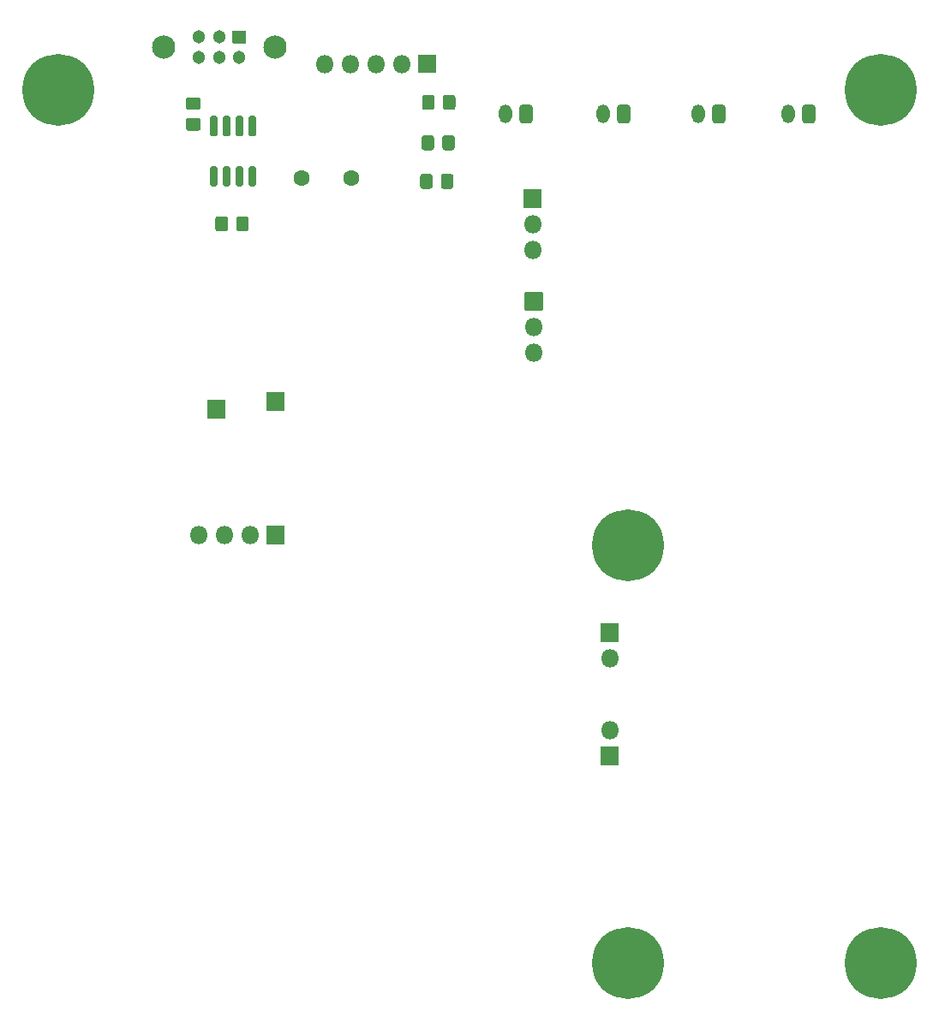
<source format=gbr>
%TF.GenerationSoftware,KiCad,Pcbnew,(5.1.9)-1*%
%TF.CreationDate,2021-07-15T19:20:44-04:00*%
%TF.ProjectId,detector_support,64657465-6374-46f7-925f-737570706f72,rev?*%
%TF.SameCoordinates,Original*%
%TF.FileFunction,Soldermask,Bot*%
%TF.FilePolarity,Negative*%
%FSLAX46Y46*%
G04 Gerber Fmt 4.6, Leading zero omitted, Abs format (unit mm)*
G04 Created by KiCad (PCBNEW (5.1.9)-1) date 2021-07-15 19:20:44*
%MOMM*%
%LPD*%
G01*
G04 APERTURE LIST*
%ADD10C,7.101600*%
%ADD11O,1.801600X1.801600*%
%ADD12C,2.301600*%
%ADD13C,1.301600*%
%ADD14C,1.601600*%
%ADD15O,1.301600X1.851600*%
G04 APERTURE END LIST*
%TO.C,TP2*%
G36*
G01*
X104890200Y-87083000D02*
X104890200Y-85383000D01*
G75*
G02*
X104941000Y-85332200I50800J0D01*
G01*
X106641000Y-85332200D01*
G75*
G02*
X106691800Y-85383000I0J-50800D01*
G01*
X106691800Y-87083000D01*
G75*
G02*
X106641000Y-87133800I-50800J0D01*
G01*
X104941000Y-87133800D01*
G75*
G02*
X104890200Y-87083000I0J50800D01*
G01*
G37*
%TD*%
D10*
%TO.C,REF\u002A\u002A*%
X146431000Y-140970000D03*
%TD*%
D11*
%TO.C,J11*%
X104013000Y-98679000D03*
X106553000Y-98679000D03*
X109093000Y-98679000D03*
G36*
G01*
X110783000Y-97778200D02*
X112483000Y-97778200D01*
G75*
G02*
X112533800Y-97829000I0J-50800D01*
G01*
X112533800Y-99529000D01*
G75*
G02*
X112483000Y-99579800I-50800J0D01*
G01*
X110783000Y-99579800D01*
G75*
G02*
X110732200Y-99529000I0J50800D01*
G01*
X110732200Y-97829000D01*
G75*
G02*
X110783000Y-97778200I50800J0D01*
G01*
G37*
%TD*%
%TO.C,J2*%
X144653000Y-110871000D03*
G36*
G01*
X143752200Y-109181000D02*
X143752200Y-107481000D01*
G75*
G02*
X143803000Y-107430200I50800J0D01*
G01*
X145503000Y-107430200D01*
G75*
G02*
X145553800Y-107481000I0J-50800D01*
G01*
X145553800Y-109181000D01*
G75*
G02*
X145503000Y-109231800I-50800J0D01*
G01*
X143803000Y-109231800D01*
G75*
G02*
X143752200Y-109181000I0J50800D01*
G01*
G37*
%TD*%
D10*
%TO.C,REF\u002A\u002A*%
X90170000Y-54610000D03*
%TD*%
%TO.C,REF\u002A\u002A*%
X171450000Y-54610000D03*
%TD*%
%TO.C,REF\u002A\u002A*%
X171450000Y-140970000D03*
%TD*%
%TO.C,REF\u002A\u002A*%
X146431000Y-99695000D03*
%TD*%
%TO.C,C13*%
G36*
G01*
X107739600Y-68372915D02*
X107739600Y-67415485D01*
G75*
G02*
X108011685Y-67143400I272085J0D01*
G01*
X108719115Y-67143400D01*
G75*
G02*
X108991200Y-67415485I0J-272085D01*
G01*
X108991200Y-68372915D01*
G75*
G02*
X108719115Y-68645000I-272085J0D01*
G01*
X108011685Y-68645000D01*
G75*
G02*
X107739600Y-68372915I0J272085D01*
G01*
G37*
G36*
G01*
X105689600Y-68372915D02*
X105689600Y-67415485D01*
G75*
G02*
X105961685Y-67143400I272085J0D01*
G01*
X106669115Y-67143400D01*
G75*
G02*
X106941200Y-67415485I0J-272085D01*
G01*
X106941200Y-68372915D01*
G75*
G02*
X106669115Y-68645000I-272085J0D01*
G01*
X105961685Y-68645000D01*
G75*
G02*
X105689600Y-68372915I0J272085D01*
G01*
G37*
%TD*%
%TO.C,U10*%
G36*
G01*
X109522400Y-59256800D02*
X109171600Y-59256800D01*
G75*
G02*
X108996200Y-59081400I0J175400D01*
G01*
X108996200Y-57380600D01*
G75*
G02*
X109171600Y-57205200I175400J0D01*
G01*
X109522400Y-57205200D01*
G75*
G02*
X109697800Y-57380600I0J-175400D01*
G01*
X109697800Y-59081400D01*
G75*
G02*
X109522400Y-59256800I-175400J0D01*
G01*
G37*
G36*
G01*
X108252400Y-59256800D02*
X107901600Y-59256800D01*
G75*
G02*
X107726200Y-59081400I0J175400D01*
G01*
X107726200Y-57380600D01*
G75*
G02*
X107901600Y-57205200I175400J0D01*
G01*
X108252400Y-57205200D01*
G75*
G02*
X108427800Y-57380600I0J-175400D01*
G01*
X108427800Y-59081400D01*
G75*
G02*
X108252400Y-59256800I-175400J0D01*
G01*
G37*
G36*
G01*
X106982400Y-59256800D02*
X106631600Y-59256800D01*
G75*
G02*
X106456200Y-59081400I0J175400D01*
G01*
X106456200Y-57380600D01*
G75*
G02*
X106631600Y-57205200I175400J0D01*
G01*
X106982400Y-57205200D01*
G75*
G02*
X107157800Y-57380600I0J-175400D01*
G01*
X107157800Y-59081400D01*
G75*
G02*
X106982400Y-59256800I-175400J0D01*
G01*
G37*
G36*
G01*
X105712400Y-59256800D02*
X105361600Y-59256800D01*
G75*
G02*
X105186200Y-59081400I0J175400D01*
G01*
X105186200Y-57380600D01*
G75*
G02*
X105361600Y-57205200I175400J0D01*
G01*
X105712400Y-57205200D01*
G75*
G02*
X105887800Y-57380600I0J-175400D01*
G01*
X105887800Y-59081400D01*
G75*
G02*
X105712400Y-59256800I-175400J0D01*
G01*
G37*
G36*
G01*
X105712400Y-64206800D02*
X105361600Y-64206800D01*
G75*
G02*
X105186200Y-64031400I0J175400D01*
G01*
X105186200Y-62330600D01*
G75*
G02*
X105361600Y-62155200I175400J0D01*
G01*
X105712400Y-62155200D01*
G75*
G02*
X105887800Y-62330600I0J-175400D01*
G01*
X105887800Y-64031400D01*
G75*
G02*
X105712400Y-64206800I-175400J0D01*
G01*
G37*
G36*
G01*
X106982400Y-64206800D02*
X106631600Y-64206800D01*
G75*
G02*
X106456200Y-64031400I0J175400D01*
G01*
X106456200Y-62330600D01*
G75*
G02*
X106631600Y-62155200I175400J0D01*
G01*
X106982400Y-62155200D01*
G75*
G02*
X107157800Y-62330600I0J-175400D01*
G01*
X107157800Y-64031400D01*
G75*
G02*
X106982400Y-64206800I-175400J0D01*
G01*
G37*
G36*
G01*
X108252400Y-64206800D02*
X107901600Y-64206800D01*
G75*
G02*
X107726200Y-64031400I0J175400D01*
G01*
X107726200Y-62330600D01*
G75*
G02*
X107901600Y-62155200I175400J0D01*
G01*
X108252400Y-62155200D01*
G75*
G02*
X108427800Y-62330600I0J-175400D01*
G01*
X108427800Y-64031400D01*
G75*
G02*
X108252400Y-64206800I-175400J0D01*
G01*
G37*
G36*
G01*
X109522400Y-64206800D02*
X109171600Y-64206800D01*
G75*
G02*
X108996200Y-64031400I0J175400D01*
G01*
X108996200Y-62330600D01*
G75*
G02*
X109171600Y-62155200I175400J0D01*
G01*
X109522400Y-62155200D01*
G75*
G02*
X109697800Y-62330600I0J-175400D01*
G01*
X109697800Y-64031400D01*
G75*
G02*
X109522400Y-64206800I-175400J0D01*
G01*
G37*
%TD*%
D12*
%TO.C,J10*%
X111545000Y-50419000D03*
X100545000Y-50419000D03*
D13*
X108045000Y-51419000D03*
X106045000Y-51419000D03*
X104045000Y-51419000D03*
X104045000Y-49419000D03*
G36*
G01*
X108695800Y-48819000D02*
X108695800Y-50019000D01*
G75*
G02*
X108645000Y-50069800I-50800J0D01*
G01*
X107445000Y-50069800D01*
G75*
G02*
X107394200Y-50019000I0J50800D01*
G01*
X107394200Y-48819000D01*
G75*
G02*
X107445000Y-48768200I50800J0D01*
G01*
X108645000Y-48768200D01*
G75*
G02*
X108695800Y-48819000I0J-50800D01*
G01*
G37*
X106045000Y-49419000D03*
%TD*%
D14*
%TO.C,Y1*%
X114246000Y-63373000D03*
X119126000Y-63373000D03*
%TD*%
%TO.C,J1*%
G36*
G01*
X125769000Y-51169200D02*
X127469000Y-51169200D01*
G75*
G02*
X127519800Y-51220000I0J-50800D01*
G01*
X127519800Y-52920000D01*
G75*
G02*
X127469000Y-52970800I-50800J0D01*
G01*
X125769000Y-52970800D01*
G75*
G02*
X125718200Y-52920000I0J50800D01*
G01*
X125718200Y-51220000D01*
G75*
G02*
X125769000Y-51169200I50800J0D01*
G01*
G37*
D11*
X124079000Y-52070000D03*
X121539000Y-52070000D03*
X118999000Y-52070000D03*
X116459000Y-52070000D03*
%TD*%
D15*
%TO.C,J6*%
X162338000Y-57023000D03*
G36*
G01*
X164988800Y-56368365D02*
X164988800Y-57677635D01*
G75*
G02*
X164717635Y-57948800I-271165J0D01*
G01*
X163958365Y-57948800D01*
G75*
G02*
X163687200Y-57677635I0J271165D01*
G01*
X163687200Y-56368365D01*
G75*
G02*
X163958365Y-56097200I271165J0D01*
G01*
X164717635Y-56097200D01*
G75*
G02*
X164988800Y-56368365I0J-271165D01*
G01*
G37*
%TD*%
%TO.C,J5*%
X153448000Y-57023000D03*
G36*
G01*
X156098800Y-56368365D02*
X156098800Y-57677635D01*
G75*
G02*
X155827635Y-57948800I-271165J0D01*
G01*
X155068365Y-57948800D01*
G75*
G02*
X154797200Y-57677635I0J271165D01*
G01*
X154797200Y-56368365D01*
G75*
G02*
X155068365Y-56097200I271165J0D01*
G01*
X155827635Y-56097200D01*
G75*
G02*
X156098800Y-56368365I0J-271165D01*
G01*
G37*
%TD*%
%TO.C,J4*%
X144050000Y-57023000D03*
G36*
G01*
X146700800Y-56368365D02*
X146700800Y-57677635D01*
G75*
G02*
X146429635Y-57948800I-271165J0D01*
G01*
X145670365Y-57948800D01*
G75*
G02*
X145399200Y-57677635I0J271165D01*
G01*
X145399200Y-56368365D01*
G75*
G02*
X145670365Y-56097200I271165J0D01*
G01*
X146429635Y-56097200D01*
G75*
G02*
X146700800Y-56368365I0J-271165D01*
G01*
G37*
%TD*%
%TO.C,J3*%
X134398000Y-57023000D03*
G36*
G01*
X137048800Y-56368365D02*
X137048800Y-57677635D01*
G75*
G02*
X136777635Y-57948800I-271165J0D01*
G01*
X136018365Y-57948800D01*
G75*
G02*
X135747200Y-57677635I0J271165D01*
G01*
X135747200Y-56368365D01*
G75*
G02*
X136018365Y-56097200I271165J0D01*
G01*
X136777635Y-56097200D01*
G75*
G02*
X137048800Y-56368365I0J-271165D01*
G01*
G37*
%TD*%
D11*
%TO.C,J9*%
X144653000Y-117983000D03*
G36*
G01*
X145553800Y-119673000D02*
X145553800Y-121373000D01*
G75*
G02*
X145503000Y-121423800I-50800J0D01*
G01*
X143803000Y-121423800D01*
G75*
G02*
X143752200Y-121373000I0J50800D01*
G01*
X143752200Y-119673000D01*
G75*
G02*
X143803000Y-119622200I50800J0D01*
G01*
X145503000Y-119622200D01*
G75*
G02*
X145553800Y-119673000I0J-50800D01*
G01*
G37*
%TD*%
%TO.C,JP2*%
X137033000Y-70485000D03*
X137033000Y-67945000D03*
G36*
G01*
X136132200Y-66255000D02*
X136132200Y-64555000D01*
G75*
G02*
X136183000Y-64504200I50800J0D01*
G01*
X137883000Y-64504200D01*
G75*
G02*
X137933800Y-64555000I0J-50800D01*
G01*
X137933800Y-66255000D01*
G75*
G02*
X137883000Y-66305800I-50800J0D01*
G01*
X136183000Y-66305800D01*
G75*
G02*
X136132200Y-66255000I0J50800D01*
G01*
G37*
%TD*%
%TO.C,J7*%
X137160000Y-80645000D03*
X137160000Y-78105000D03*
G36*
G01*
X136259200Y-76415000D02*
X136259200Y-74715000D01*
G75*
G02*
X136310000Y-74664200I50800J0D01*
G01*
X138010000Y-74664200D01*
G75*
G02*
X138060800Y-74715000I0J-50800D01*
G01*
X138060800Y-76415000D01*
G75*
G02*
X138010000Y-76465800I-50800J0D01*
G01*
X136310000Y-76465800D01*
G75*
G02*
X136259200Y-76415000I0J50800D01*
G01*
G37*
%TD*%
%TO.C,TP17*%
G36*
G01*
X112483000Y-86371800D02*
X110783000Y-86371800D01*
G75*
G02*
X110732200Y-86321000I0J50800D01*
G01*
X110732200Y-84621000D01*
G75*
G02*
X110783000Y-84570200I50800J0D01*
G01*
X112483000Y-84570200D01*
G75*
G02*
X112533800Y-84621000I0J-50800D01*
G01*
X112533800Y-86321000D01*
G75*
G02*
X112483000Y-86371800I-50800J0D01*
G01*
G37*
%TD*%
%TO.C,R10*%
G36*
G01*
X127970700Y-64169215D02*
X127970700Y-63211785D01*
G75*
G02*
X128242785Y-62939700I272085J0D01*
G01*
X128950215Y-62939700D01*
G75*
G02*
X129222300Y-63211785I0J-272085D01*
G01*
X129222300Y-64169215D01*
G75*
G02*
X128950215Y-64441300I-272085J0D01*
G01*
X128242785Y-64441300D01*
G75*
G02*
X127970700Y-64169215I0J272085D01*
G01*
G37*
G36*
G01*
X125920700Y-64169215D02*
X125920700Y-63211785D01*
G75*
G02*
X126192785Y-62939700I272085J0D01*
G01*
X126900215Y-62939700D01*
G75*
G02*
X127172300Y-63211785I0J-272085D01*
G01*
X127172300Y-64169215D01*
G75*
G02*
X126900215Y-64441300I-272085J0D01*
G01*
X126192785Y-64441300D01*
G75*
G02*
X125920700Y-64169215I0J272085D01*
G01*
G37*
%TD*%
%TO.C,R6*%
G36*
G01*
X128161200Y-56358715D02*
X128161200Y-55401285D01*
G75*
G02*
X128433285Y-55129200I272085J0D01*
G01*
X129140715Y-55129200D01*
G75*
G02*
X129412800Y-55401285I0J-272085D01*
G01*
X129412800Y-56358715D01*
G75*
G02*
X129140715Y-56630800I-272085J0D01*
G01*
X128433285Y-56630800D01*
G75*
G02*
X128161200Y-56358715I0J272085D01*
G01*
G37*
G36*
G01*
X126111200Y-56358715D02*
X126111200Y-55401285D01*
G75*
G02*
X126383285Y-55129200I272085J0D01*
G01*
X127090715Y-55129200D01*
G75*
G02*
X127362800Y-55401285I0J-272085D01*
G01*
X127362800Y-56358715D01*
G75*
G02*
X127090715Y-56630800I-272085J0D01*
G01*
X126383285Y-56630800D01*
G75*
G02*
X126111200Y-56358715I0J272085D01*
G01*
G37*
%TD*%
%TO.C,C14*%
G36*
G01*
X103983715Y-56632800D02*
X103026285Y-56632800D01*
G75*
G02*
X102754200Y-56360715I0J272085D01*
G01*
X102754200Y-55653285D01*
G75*
G02*
X103026285Y-55381200I272085J0D01*
G01*
X103983715Y-55381200D01*
G75*
G02*
X104255800Y-55653285I0J-272085D01*
G01*
X104255800Y-56360715D01*
G75*
G02*
X103983715Y-56632800I-272085J0D01*
G01*
G37*
G36*
G01*
X103983715Y-58682800D02*
X103026285Y-58682800D01*
G75*
G02*
X102754200Y-58410715I0J272085D01*
G01*
X102754200Y-57703285D01*
G75*
G02*
X103026285Y-57431200I272085J0D01*
G01*
X103983715Y-57431200D01*
G75*
G02*
X104255800Y-57703285I0J-272085D01*
G01*
X104255800Y-58410715D01*
G75*
G02*
X103983715Y-58682800I-272085J0D01*
G01*
G37*
%TD*%
%TO.C,C3*%
G36*
G01*
X127308300Y-59401785D02*
X127308300Y-60359215D01*
G75*
G02*
X127036215Y-60631300I-272085J0D01*
G01*
X126328785Y-60631300D01*
G75*
G02*
X126056700Y-60359215I0J272085D01*
G01*
X126056700Y-59401785D01*
G75*
G02*
X126328785Y-59129700I272085J0D01*
G01*
X127036215Y-59129700D01*
G75*
G02*
X127308300Y-59401785I0J-272085D01*
G01*
G37*
G36*
G01*
X129358300Y-59401785D02*
X129358300Y-60359215D01*
G75*
G02*
X129086215Y-60631300I-272085J0D01*
G01*
X128378785Y-60631300D01*
G75*
G02*
X128106700Y-60359215I0J272085D01*
G01*
X128106700Y-59401785D01*
G75*
G02*
X128378785Y-59129700I272085J0D01*
G01*
X129086215Y-59129700D01*
G75*
G02*
X129358300Y-59401785I0J-272085D01*
G01*
G37*
%TD*%
M02*

</source>
